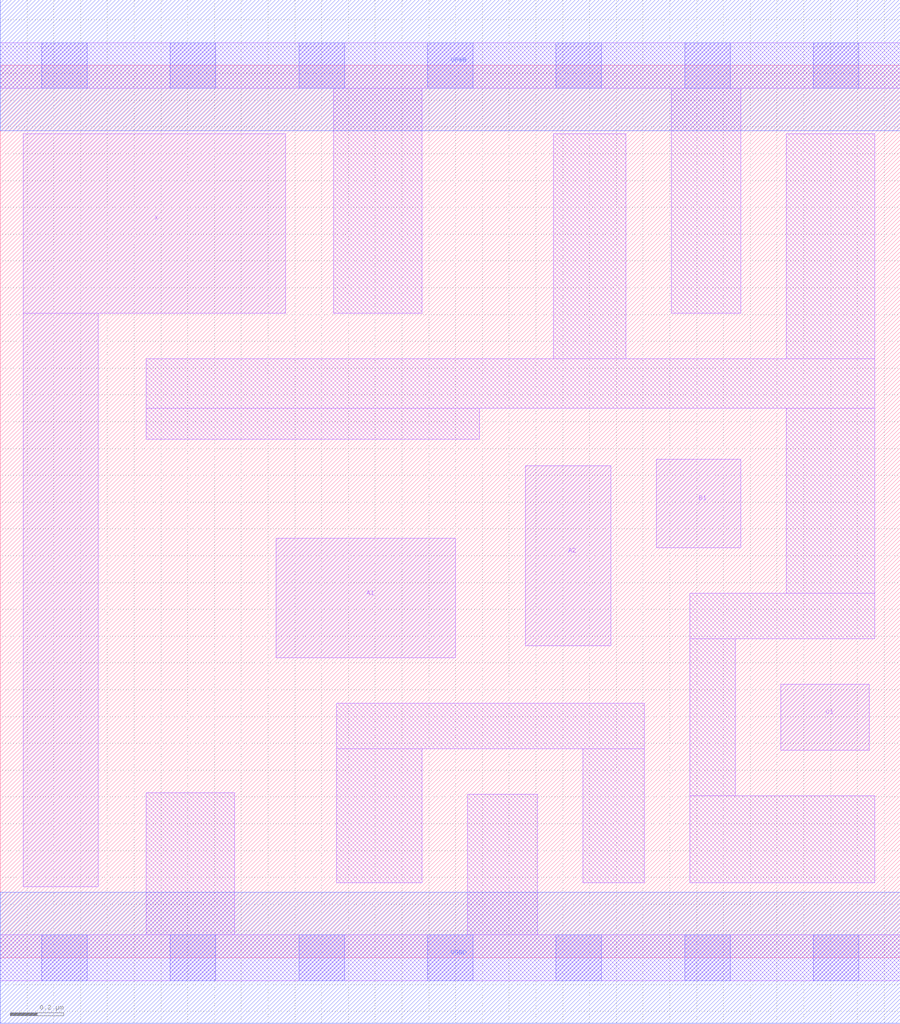
<source format=lef>
# Copyright 2020 The SkyWater PDK Authors
#
# Licensed under the Apache License, Version 2.0 (the "License");
# you may not use this file except in compliance with the License.
# You may obtain a copy of the License at
#
#     https://www.apache.org/licenses/LICENSE-2.0
#
# Unless required by applicable law or agreed to in writing, software
# distributed under the License is distributed on an "AS IS" BASIS,
# WITHOUT WARRANTIES OR CONDITIONS OF ANY KIND, either express or implied.
# See the License for the specific language governing permissions and
# limitations under the License.
#
# SPDX-License-Identifier: Apache-2.0

VERSION 5.7 ;
  NOWIREEXTENSIONATPIN ON ;
  DIVIDERCHAR "/" ;
  BUSBITCHARS "[]" ;
UNITS
  DATABASE MICRONS 200 ;
END UNITS
MACRO sky130_fd_sc_lp__o211a_0
  CLASS CORE ;
  FOREIGN sky130_fd_sc_lp__o211a_0 ;
  ORIGIN  0.000000  0.000000 ;
  SIZE  3.360000 BY  3.330000 ;
  SYMMETRY X Y R90 ;
  SITE unit ;
  PIN A1
    ANTENNAGATEAREA  0.159000 ;
    DIRECTION INPUT ;
    USE SIGNAL ;
    PORT
      LAYER li1 ;
        RECT 1.030000 1.120000 1.700000 1.565000 ;
    END
  END A1
  PIN A2
    ANTENNAGATEAREA  0.159000 ;
    DIRECTION INPUT ;
    USE SIGNAL ;
    PORT
      LAYER li1 ;
        RECT 1.960000 1.165000 2.280000 1.835000 ;
    END
  END A2
  PIN B1
    ANTENNAGATEAREA  0.159000 ;
    DIRECTION INPUT ;
    USE SIGNAL ;
    PORT
      LAYER li1 ;
        RECT 2.450000 1.530000 2.765000 1.860000 ;
    END
  END B1
  PIN C1
    ANTENNAGATEAREA  0.159000 ;
    DIRECTION INPUT ;
    USE SIGNAL ;
    PORT
      LAYER li1 ;
        RECT 2.915000 0.775000 3.245000 1.020000 ;
    END
  END C1
  PIN X
    ANTENNADIFFAREA  0.498500 ;
    DIRECTION OUTPUT ;
    USE SIGNAL ;
    PORT
      LAYER li1 ;
        RECT 0.085000 0.265000 0.365000 2.405000 ;
        RECT 0.085000 2.405000 1.065000 3.075000 ;
    END
  END X
  PIN VGND
    DIRECTION INOUT ;
    USE GROUND ;
    PORT
      LAYER met1 ;
        RECT 0.000000 -0.245000 3.360000 0.245000 ;
    END
  END VGND
  PIN VPWR
    DIRECTION INOUT ;
    USE POWER ;
    PORT
      LAYER met1 ;
        RECT 0.000000 3.085000 3.360000 3.575000 ;
    END
  END VPWR
  OBS
    LAYER li1 ;
      RECT 0.000000 -0.085000 3.360000 0.085000 ;
      RECT 0.000000  3.245000 3.360000 3.415000 ;
      RECT 0.545000  0.085000 0.875000 0.615000 ;
      RECT 0.545000  1.935000 1.790000 2.050000 ;
      RECT 0.545000  2.050000 3.265000 2.235000 ;
      RECT 1.245000  2.405000 1.575000 3.245000 ;
      RECT 1.255000  0.280000 1.575000 0.780000 ;
      RECT 1.255000  0.780000 2.405000 0.950000 ;
      RECT 1.745000  0.085000 2.005000 0.610000 ;
      RECT 2.065000  2.235000 2.335000 3.075000 ;
      RECT 2.175000  0.280000 2.405000 0.780000 ;
      RECT 2.505000  2.405000 2.765000 3.245000 ;
      RECT 2.575000  0.280000 3.265000 0.605000 ;
      RECT 2.575000  0.605000 2.745000 1.190000 ;
      RECT 2.575000  1.190000 3.265000 1.360000 ;
      RECT 2.935000  1.360000 3.265000 2.050000 ;
      RECT 2.935000  2.235000 3.265000 3.075000 ;
    LAYER mcon ;
      RECT 0.155000 -0.085000 0.325000 0.085000 ;
      RECT 0.155000  3.245000 0.325000 3.415000 ;
      RECT 0.635000 -0.085000 0.805000 0.085000 ;
      RECT 0.635000  3.245000 0.805000 3.415000 ;
      RECT 1.115000 -0.085000 1.285000 0.085000 ;
      RECT 1.115000  3.245000 1.285000 3.415000 ;
      RECT 1.595000 -0.085000 1.765000 0.085000 ;
      RECT 1.595000  3.245000 1.765000 3.415000 ;
      RECT 2.075000 -0.085000 2.245000 0.085000 ;
      RECT 2.075000  3.245000 2.245000 3.415000 ;
      RECT 2.555000 -0.085000 2.725000 0.085000 ;
      RECT 2.555000  3.245000 2.725000 3.415000 ;
      RECT 3.035000 -0.085000 3.205000 0.085000 ;
      RECT 3.035000  3.245000 3.205000 3.415000 ;
  END
END sky130_fd_sc_lp__o211a_0
END LIBRARY

</source>
